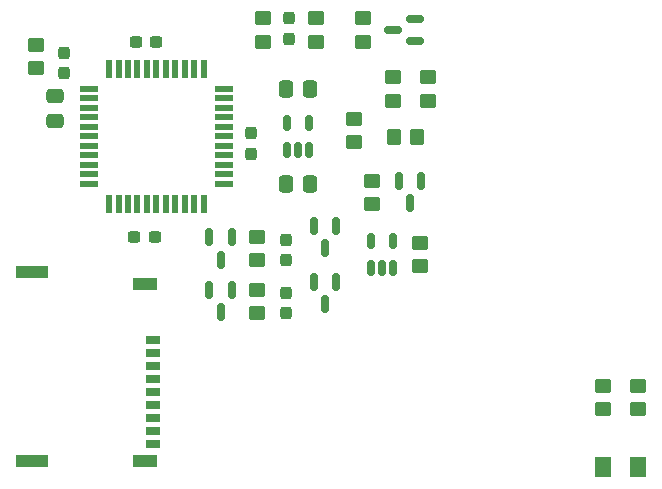
<source format=gbr>
%TF.GenerationSoftware,KiCad,Pcbnew,(6.0.9)*%
%TF.CreationDate,2023-11-17T13:22:31+01:00*%
%TF.ProjectId,datakeyboard,64617461-6b65-4796-926f-6172642e6b69,2*%
%TF.SameCoordinates,Original*%
%TF.FileFunction,Paste,Bot*%
%TF.FilePolarity,Positive*%
%FSLAX46Y46*%
G04 Gerber Fmt 4.6, Leading zero omitted, Abs format (unit mm)*
G04 Created by KiCad (PCBNEW (6.0.9)) date 2023-11-17 13:22:31*
%MOMM*%
%LPD*%
G01*
G04 APERTURE LIST*
G04 Aperture macros list*
%AMRoundRect*
0 Rectangle with rounded corners*
0 $1 Rounding radius*
0 $2 $3 $4 $5 $6 $7 $8 $9 X,Y pos of 4 corners*
0 Add a 4 corners polygon primitive as box body*
4,1,4,$2,$3,$4,$5,$6,$7,$8,$9,$2,$3,0*
0 Add four circle primitives for the rounded corners*
1,1,$1+$1,$2,$3*
1,1,$1+$1,$4,$5*
1,1,$1+$1,$6,$7*
1,1,$1+$1,$8,$9*
0 Add four rect primitives between the rounded corners*
20,1,$1+$1,$2,$3,$4,$5,0*
20,1,$1+$1,$4,$5,$6,$7,0*
20,1,$1+$1,$6,$7,$8,$9,0*
20,1,$1+$1,$8,$9,$2,$3,0*%
G04 Aperture macros list end*
%ADD10RoundRect,0.250000X0.450000X-0.350000X0.450000X0.350000X-0.450000X0.350000X-0.450000X-0.350000X0*%
%ADD11R,1.200000X0.700000*%
%ADD12R,2.000000X1.000000*%
%ADD13R,2.800000X1.000000*%
%ADD14R,1.500000X0.550000*%
%ADD15R,0.550000X1.500000*%
%ADD16RoundRect,0.250000X-0.450000X0.350000X-0.450000X-0.350000X0.450000X-0.350000X0.450000X0.350000X0*%
%ADD17RoundRect,0.237500X-0.237500X0.300000X-0.237500X-0.300000X0.237500X-0.300000X0.237500X0.300000X0*%
%ADD18RoundRect,0.237500X0.300000X0.237500X-0.300000X0.237500X-0.300000X-0.237500X0.300000X-0.237500X0*%
%ADD19RoundRect,0.150000X0.150000X-0.512500X0.150000X0.512500X-0.150000X0.512500X-0.150000X-0.512500X0*%
%ADD20RoundRect,0.250000X0.350000X0.450000X-0.350000X0.450000X-0.350000X-0.450000X0.350000X-0.450000X0*%
%ADD21RoundRect,0.250000X0.337500X0.475000X-0.337500X0.475000X-0.337500X-0.475000X0.337500X-0.475000X0*%
%ADD22RoundRect,0.237500X0.237500X-0.300000X0.237500X0.300000X-0.237500X0.300000X-0.237500X-0.300000X0*%
%ADD23RoundRect,0.150000X-0.150000X0.587500X-0.150000X-0.587500X0.150000X-0.587500X0.150000X0.587500X0*%
%ADD24RoundRect,0.150000X0.587500X0.150000X-0.587500X0.150000X-0.587500X-0.150000X0.587500X-0.150000X0*%
%ADD25RoundRect,0.250001X0.462499X0.624999X-0.462499X0.624999X-0.462499X-0.624999X0.462499X-0.624999X0*%
%ADD26RoundRect,0.250000X-0.475000X0.337500X-0.475000X-0.337500X0.475000X-0.337500X0.475000X0.337500X0*%
G04 APERTURE END LIST*
D10*
%TO.C,R14*%
X104775000Y-111236000D03*
X104775000Y-109236000D03*
%TD*%
D11*
%TO.C,JCARD1*%
X114725000Y-134225000D03*
X114725000Y-135325000D03*
X114725000Y-136425000D03*
X114725000Y-137525000D03*
X114725000Y-138625000D03*
X114725000Y-139725000D03*
X114725000Y-140825000D03*
X114725000Y-141925000D03*
X114725000Y-143025000D03*
D12*
X114000000Y-144500000D03*
D13*
X104500000Y-128500000D03*
X104500000Y-144500000D03*
D12*
X114000000Y-129500000D03*
%TD*%
D14*
%TO.C,U1*%
X109300000Y-121000000D03*
X109300000Y-120200000D03*
X109300000Y-119400000D03*
X109300000Y-118600000D03*
X109300000Y-117800000D03*
X109300000Y-117000000D03*
X109300000Y-116200000D03*
X109300000Y-115400000D03*
X109300000Y-114600000D03*
X109300000Y-113800000D03*
X109300000Y-113000000D03*
D15*
X111000000Y-111300000D03*
X111800000Y-111300000D03*
X112600000Y-111300000D03*
X113400000Y-111300000D03*
X114200000Y-111300000D03*
X115000000Y-111300000D03*
X115800000Y-111300000D03*
X116600000Y-111300000D03*
X117400000Y-111300000D03*
X118200000Y-111300000D03*
X119000000Y-111300000D03*
D14*
X120700000Y-113000000D03*
X120700000Y-113800000D03*
X120700000Y-114600000D03*
X120700000Y-115400000D03*
X120700000Y-116200000D03*
X120700000Y-117000000D03*
X120700000Y-117800000D03*
X120700000Y-118600000D03*
X120700000Y-119400000D03*
X120700000Y-120200000D03*
X120700000Y-121000000D03*
D15*
X119000000Y-122700000D03*
X118200000Y-122700000D03*
X117400000Y-122700000D03*
X116600000Y-122700000D03*
X115800000Y-122700000D03*
X115000000Y-122700000D03*
X114200000Y-122700000D03*
X113400000Y-122700000D03*
X112600000Y-122700000D03*
X111800000Y-122700000D03*
X111000000Y-122700000D03*
%TD*%
D16*
%TO.C,R1*%
X131700000Y-115500000D03*
X131700000Y-117500000D03*
%TD*%
D17*
%TO.C,C10*%
X123000000Y-116750000D03*
X123000000Y-118475000D03*
%TD*%
D16*
%TO.C,R5*%
X135000000Y-112000000D03*
X135000000Y-114000000D03*
%TD*%
D18*
%TO.C,C6*%
X115000000Y-109000000D03*
X113275000Y-109000000D03*
%TD*%
D19*
%TO.C,U3*%
X127950000Y-118137500D03*
X127000000Y-118137500D03*
X126050000Y-118137500D03*
X126050000Y-115862500D03*
X127950000Y-115862500D03*
%TD*%
%TO.C,U2*%
X135050000Y-128137500D03*
X134100000Y-128137500D03*
X133150000Y-128137500D03*
X133150000Y-125862500D03*
X135050000Y-125862500D03*
%TD*%
D10*
%TO.C,R10*%
X123500000Y-132000000D03*
X123500000Y-130000000D03*
%TD*%
D16*
%TO.C,R11*%
X123500000Y-125500000D03*
X123500000Y-127500000D03*
%TD*%
D10*
%TO.C,R4*%
X138000000Y-114000000D03*
X138000000Y-112000000D03*
%TD*%
D20*
%TO.C,R13*%
X137100000Y-117100000D03*
X135100000Y-117100000D03*
%TD*%
D21*
%TO.C,C2*%
X128037500Y-113000000D03*
X125962500Y-113000000D03*
%TD*%
D22*
%TO.C,C7*%
X126000000Y-127500000D03*
X126000000Y-125775000D03*
%TD*%
D23*
%TO.C,D3*%
X128350000Y-124562500D03*
X130250000Y-124562500D03*
X129300000Y-126437500D03*
%TD*%
%TO.C,Q1*%
X119500000Y-130000000D03*
X121400000Y-130000000D03*
X120450000Y-131875000D03*
%TD*%
D22*
%TO.C,C5*%
X107200000Y-111662500D03*
X107200000Y-109937500D03*
%TD*%
D16*
%TO.C,R3*%
X152800000Y-138100000D03*
X152800000Y-140100000D03*
%TD*%
D10*
%TO.C,R8*%
X124000000Y-109000000D03*
X124000000Y-107000000D03*
%TD*%
D23*
%TO.C,Q2*%
X119500000Y-125562500D03*
X121400000Y-125562500D03*
X120450000Y-127437500D03*
%TD*%
D18*
%TO.C,C8*%
X114862500Y-125500000D03*
X113137500Y-125500000D03*
%TD*%
D10*
%TO.C,R12*%
X133300000Y-122750000D03*
X133300000Y-120750000D03*
%TD*%
D22*
%TO.C,C9*%
X126000000Y-132000000D03*
X126000000Y-130275000D03*
%TD*%
D21*
%TO.C,C1*%
X128037500Y-121000000D03*
X125962500Y-121000000D03*
%TD*%
D10*
%TO.C,R2*%
X155800000Y-140100000D03*
X155800000Y-138100000D03*
%TD*%
D17*
%TO.C,C11*%
X126250000Y-107025000D03*
X126250000Y-108750000D03*
%TD*%
D10*
%TO.C,R7*%
X128500000Y-109000000D03*
X128500000Y-107000000D03*
%TD*%
D23*
%TO.C,Q4*%
X135550000Y-120812500D03*
X137450000Y-120812500D03*
X136500000Y-122687500D03*
%TD*%
D24*
%TO.C,Q3*%
X136937500Y-107050000D03*
X136937500Y-108950000D03*
X135062500Y-108000000D03*
%TD*%
D10*
%TO.C,R6*%
X132500000Y-109000000D03*
X132500000Y-107000000D03*
%TD*%
D25*
%TO.C,D2*%
X155787500Y-145000000D03*
X152812500Y-145000000D03*
%TD*%
D23*
%TO.C,Q5*%
X128350000Y-129362500D03*
X130250000Y-129362500D03*
X129300000Y-131237500D03*
%TD*%
D10*
%TO.C,R9*%
X137300000Y-128000000D03*
X137300000Y-126000000D03*
%TD*%
D26*
%TO.C,C3*%
X106400000Y-113625000D03*
X106400000Y-115700000D03*
%TD*%
M02*

</source>
